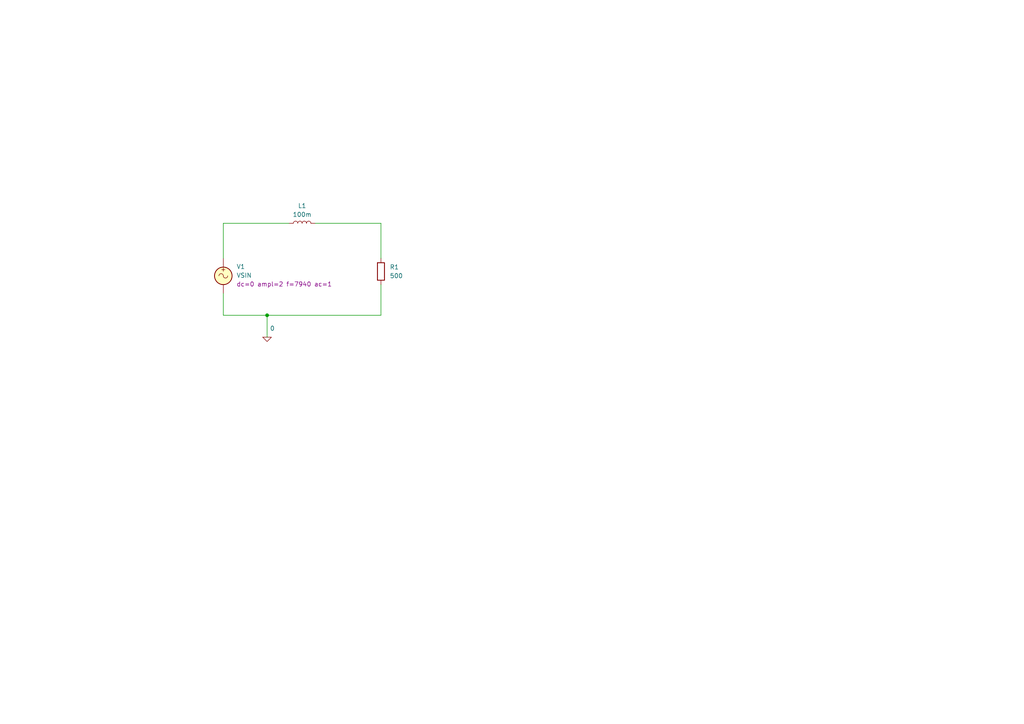
<source format=kicad_sch>
(kicad_sch (version 20250114) (generator "eeschema") (generator_version "9.0")
  (paper "A4")
  (lib_symbols
    (symbol "Device:L" (pin_numbers (hide yes)) (pin_names (offset 1.016) (hide yes))
      (property "Reference" "L" (at -1.27 0 90))
      (property "Value" "L" (at 1.905 0 90))
      (symbol "L_0_1"
        (arc (start 0 2.54) (mid 0.6323 1.905) (end 0 1.27))
        (arc (start 0 1.27) (mid 0.6323 0.635) (end 0 0))
        (arc (start 0 0) (mid 0.6323 -0.635) (end 0 -1.27))
        (arc (start 0 -1.27) (mid 0.6323 -1.905) (end 0 -2.54))
      )
      (symbol "L_1_1"
        (pin passive line (at 0 3.81 270) (length 1.27) (name "1") (number "1"))
        (pin passive line (at 0 -3.81 90) (length 1.27) (name "2") (number "2"))
      )
    )
    (symbol "Device:R" (pin_numbers (hide yes)) (pin_names (offset 0))
      (property "Reference" "R" (at 2.032 0 90))
      (property "Value" "R" (at 0 0 90))
      (symbol "R_0_1"
        (rectangle (start -1.016 -2.54) (end 1.016 2.54) (stroke (width 0.254)))
      )
      (symbol "R_1_1"
        (pin passive line (at 0 3.81 270) (length 1.27) (name "~") (number "1"))
        (pin passive line (at 0 -3.81 90) (length 1.27) (name "~") (number "2"))
      )
    )
    (symbol "Simulation_SPICE:0" (power) (pin_numbers (hide yes)) (pin_names (offset 0) (hide yes))
      (property "Value" "0" (at 0 -2.54 0))
      (symbol "0_0_1"
        (polyline (pts (xy -1.27 0) (xy 0 -1.27) (xy 1.27 0) (xy -1.27 0)))
      )
      (symbol "0_1_1"
        (pin power_in line (at 0 0 0) (length 0) (name "~") (number "1"))
      )
    )
    (symbol "Simulation_SPICE:VSIN" (pin_numbers (hide yes)) (pin_names (offset 0.0254))
      (property "Reference" "V" (at 2.54 2.54 0))
      (property "Value" "VSIN" (at 2.54 0 0))
      (property "Sim.Params" "dc=0 ampl=1 f=1k ac=1" (at 2.54 -2.54 0))
      (symbol "VSIN_0_0"
        (arc (start -1.27 0) (mid -0.635 0.6323) (end 0 0))
        (arc (start 1.27 0) (mid 0.635 -0.6323) (end 0 0))
        (text "+" (at 0 1.905 0) (effects (font (size 1.27 1.27))))
      )
      (symbol "VSIN_0_1"
        (circle (center 0 0) (radius 2.54) (stroke (width 0.254)) (fill (type background)))
      )
      (symbol "VSIN_1_1"
        (pin passive line (at 0 5.08 270) (length 2.54) (name "~") (number "1"))
        (pin passive line (at 0 -5.08 90) (length 2.54) (name "~") (number "2"))
      )
    )
  )
  (junction (at 77.47 91.44))
  (wire (pts (xy 77.47 91.44) (xy 64.77 91.44)))
  (wire (pts (xy 64.77 64.77) (xy 83.82 64.77)))
  (wire (pts (xy 64.77 91.44) (xy 64.77 85.09)))
  (wire (pts (xy 110.49 64.77) (xy 110.49 74.93)))
  (wire (pts (xy 110.49 82.55) (xy 110.49 91.44)))
  (wire (pts (xy 64.77 74.93) (xy 64.77 64.77)))
  (wire (pts (xy 77.47 91.44) (xy 77.47 97.79)))
  (wire (pts (xy 91.44 64.77) (xy 110.49 64.77)))
  (wire (pts (xy 110.49 91.44) (xy 77.47 91.44)))
  (symbol (lib_id "Device:L") (at 87.63 64.77 90) (unit 1)
    (property "Reference" "L1" (at 87.63 59.69 90))
    (property "Value" "100m" (at 87.63 62.23 90))
    (property "Description" "Inductor" (effects (hide yes)))
  )
  (symbol (lib_id "Device:R") (at 110.49 78.74 0) (unit 1)
    (property "Reference" "R1" (at 113.03 77.4699 0) (effects (justify left)))
    (property "Value" "500" (at 113.03 80.0099 0) (effects (justify left)))
    (property "Description" "Resistor" (effects (hide yes)))
  )
  (symbol (lib_id "Simulation_SPICE:0") (at 77.47 97.79 0) (unit 1)
    (property "Reference" "#GND01" (effects (hide yes)))
    (property "Value" "0" (at 78.994 95.25 0))
    (property "Datasheet" "https://ngspice.sourceforge.io/docs/ngspice-html-manual/manual.xhtml#subsec_Circuit_elements__device" (effects (hide yes)))
    (property "Description" "0V reference potential for simulation" (effects (hide yes)))
  )
  (symbol (lib_id "Simulation_SPICE:VSIN") (at 64.77 80.01 0) (unit 1)
    (property "Reference" "V1" (at 68.58 77.3401 0) (effects (justify left)))
    (property "Value" "VSIN" (at 68.58 79.8801 0) (effects (justify left)))
    (property "Datasheet" "https://ngspice.sourceforge.io/docs/ngspice-html-manual/manual.xhtml#sec_Independent_Sources_for" (effects (hide yes)))
    (property "Description" "Voltage source, sinusoidal" (effects (hide yes)))
    (property "Sim.Pins" "1=+ 2=-" (effects (hide yes)))
    (property "Sim.Params" "dc=0 ampl=2 f=7940 ac=1" (at 68.58 82.4201 0) (effects (justify left)))
    (property "Sim.Type" "SIN" (effects (hide yes)))
    (property "Sim.Device" "V" (effects (hide yes)))
  )
)
</source>
